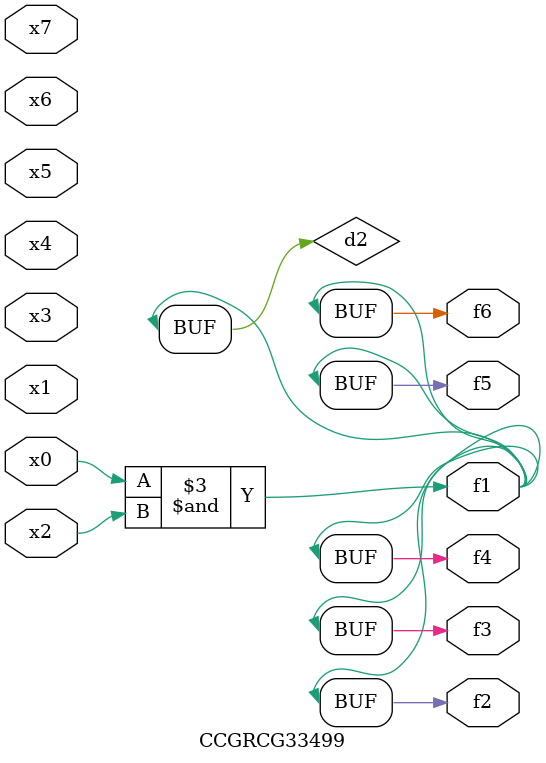
<source format=v>
module CCGRCG33499(
	input x0, x1, x2, x3, x4, x5, x6, x7,
	output f1, f2, f3, f4, f5, f6
);

	wire d1, d2;

	nor (d1, x3, x6);
	and (d2, x0, x2);
	assign f1 = d2;
	assign f2 = d2;
	assign f3 = d2;
	assign f4 = d2;
	assign f5 = d2;
	assign f6 = d2;
endmodule

</source>
